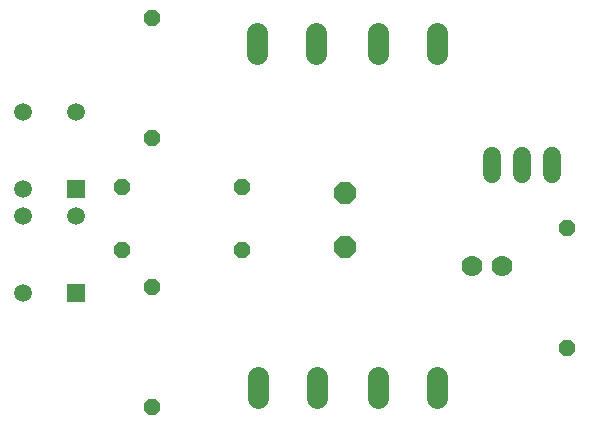
<source format=gbr>
G04 EAGLE Gerber RS-274X export*
G75*
%MOMM*%
%FSLAX34Y34*%
%LPD*%
%INTop Copper*%
%IPPOS*%
%AMOC8*
5,1,8,0,0,1.08239X$1,22.5*%
G01*
G04 Define Apertures*
%ADD10C,1.524000*%
%ADD11P,1.42962X8X292.5*%
%ADD12P,1.42962X8X22.5*%
%ADD13C,1.498000*%
%ADD14R,1.498000X1.498000*%
%ADD15C,1.778000*%
%ADD16C,1.790700*%
%ADD17P,2.06195X8X112.5*%
D10*
X414771Y224161D02*
X414771Y239401D01*
X440171Y239401D02*
X440171Y224161D01*
X465571Y224161D02*
X465571Y239401D01*
D11*
X478336Y177800D03*
X478336Y76200D03*
X127000Y127764D03*
X127000Y26164D03*
D12*
X101600Y212625D03*
X203200Y212625D03*
X101677Y159793D03*
X203277Y159793D03*
D11*
X127000Y355600D03*
X127000Y254000D03*
D13*
X17650Y276200D03*
X62650Y276200D03*
X17650Y211200D03*
D14*
X62650Y211200D03*
D13*
X17650Y188006D03*
X62650Y188006D03*
X17650Y123006D03*
D14*
X62650Y123006D03*
D15*
X423128Y145983D03*
X397728Y145983D03*
D16*
X265918Y325067D02*
X265918Y342974D01*
X215918Y342974D02*
X215918Y325067D01*
X318282Y51769D02*
X318282Y33862D01*
X368282Y33862D02*
X368282Y51769D01*
X216682Y51637D02*
X216682Y33730D01*
X266682Y33730D02*
X266682Y51637D01*
X367900Y325449D02*
X367900Y343356D01*
X317900Y343356D02*
X317900Y325449D01*
D17*
X290097Y162343D03*
X290097Y208063D03*
M02*

</source>
